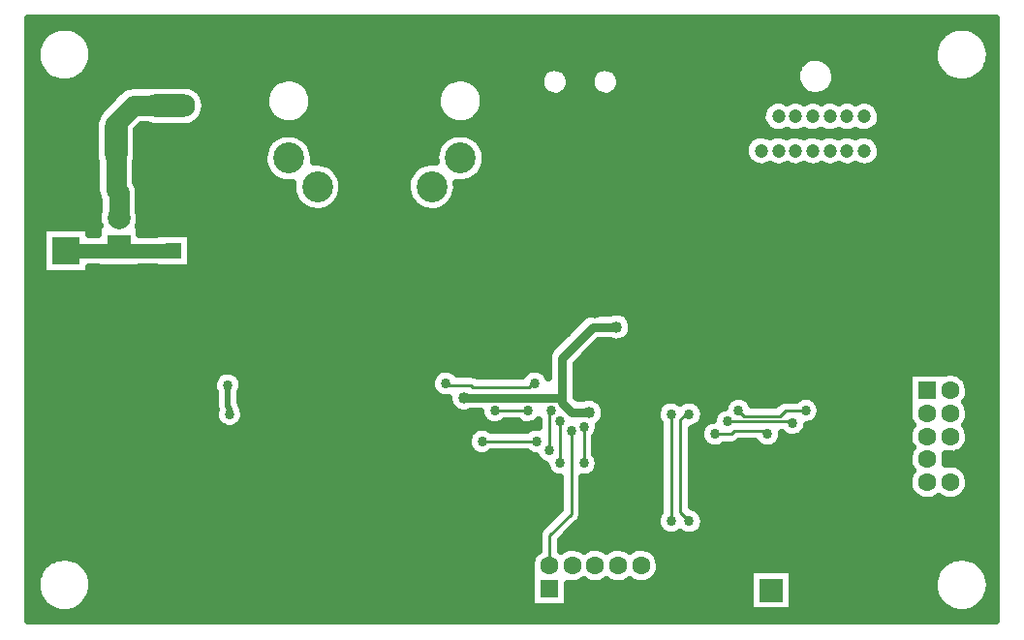
<source format=gbr>
G04 DipTrace 2.4.0.1*
%INmainboard_Bottom.gbr*%
%MOIN*%
%ADD13C,0.03*%
%ADD15C,0.022*%
%ADD18C,0.01*%
%ADD19C,0.02*%
%ADD20C,0.04*%
%ADD22C,0.024*%
%ADD26C,0.05*%
%ADD27C,0.07*%
%ADD29C,0.025*%
%ADD30R,0.0531X0.0531*%
%ADD31C,0.0531*%
%ADD37R,0.0945X0.0945*%
%ADD38C,0.0945*%
%ADD49O,0.1969X0.0787*%
%ADD50O,0.1772X0.0787*%
%ADD51O,0.0787X0.1772*%
%ADD52C,0.1063*%
%ADD53R,0.0591X0.0591*%
%ADD54C,0.063*%
%ADD56C,0.0472*%
%ADD57C,0.0787*%
%ADD58R,0.0787X0.0787*%
%ADD59C,0.0787*%
%ADD69C,0.034*%
%FSLAX44Y44*%
G04*
G70*
G90*
G75*
G01*
%LNBottom*%
%LPD*%
X23377Y11250D2*
D13*
X22751D1*
X22439Y11563D1*
Y11750D1*
Y13125D1*
X23502Y14188D1*
X24314D1*
X22439Y11750D2*
X19064D1*
X22500Y20562D2*
D15*
X22459Y20540D1*
X26937D1*
Y20846D1*
Y22000D1*
X14016Y23937D2*
D13*
X15000D1*
X15984D1*
X16969D1*
X17953D1*
X15984Y20000D2*
Y20937D1*
Y23937D1*
X15937Y16437D2*
D22*
Y19187D1*
X15984Y19140D1*
Y20000D1*
X15937Y13937D2*
D13*
Y14188D1*
Y16437D1*
X22500Y20562D2*
D15*
X20750D1*
X20375Y20937D1*
X20250D1*
D13*
X17437D1*
X15984D1*
X10047Y16813D2*
D15*
X9937Y16704D1*
Y15187D1*
Y13625D1*
X9562Y13250D1*
X9437D1*
X11569Y10444D2*
X11500Y10375D1*
X9750D1*
X9437Y10687D1*
Y11188D1*
Y11687D1*
Y13250D1*
X29062Y12625D2*
D13*
X29500D1*
Y13750D1*
X26937Y20540D2*
X28252D1*
Y14997D1*
X29500Y13750D1*
X29586Y20846D2*
X30176D1*
X30767D1*
X31357D2*
X30767D1*
X31948D2*
X31357D1*
X32538D2*
X31948D1*
X28070Y23524D2*
X34251D1*
X29586Y20846D2*
X28070D1*
Y23524D1*
Y20846D2*
X26937D1*
X25151Y5187D2*
X24364D1*
X23576D1*
X22789D1*
X25151D2*
Y4725D1*
X25627Y4250D1*
X28190D1*
X28627Y4687D1*
Y4749D1*
Y5125D1*
X24062Y13562D2*
D18*
X25126D1*
X26814Y15251D1*
X26752D1*
X28627Y4749D2*
D13*
X29189Y4187D1*
X31815D1*
X34940Y7312D1*
X36378D1*
X36690Y7625D1*
Y9313D1*
X36378Y9625D1*
X35799D1*
X35787Y9637D1*
X11569Y10444D2*
Y8931D1*
X12250Y8250D1*
X19439D1*
X19939Y7750D1*
Y4562D1*
X20189Y4312D1*
X22439D1*
X22751Y4625D1*
Y5150D1*
X22789Y5187D1*
X19627Y14188D2*
X15937D1*
X24752Y10938D2*
Y12875D1*
X24189D1*
Y13689D1*
X24062Y13562D1*
X26752Y15251D2*
Y14997D1*
X28252D1*
X23187Y13000D2*
X24189D1*
Y12875D1*
X9688Y11188D2*
D15*
X9437D1*
X9688D2*
D13*
Y11687D1*
X9687D1*
X9187Y12187D2*
Y11687D1*
Y11187D2*
Y11687D1*
X9437D1*
X9687Y12187D2*
Y11687D1*
X24062Y13000D2*
X24189D1*
X8937Y23437D2*
D15*
Y23937D1*
X14015D1*
X14016D1*
X10187Y15187D2*
X9937D1*
X17437Y21437D2*
D13*
Y20937D1*
X26814Y11188D2*
D18*
X26689D1*
X26502Y11000D1*
Y7812D1*
X26814Y7500D1*
X21501Y12250D2*
X21439D1*
X21314Y12125D1*
X19376D1*
X19314Y12188D1*
X18501D1*
X18439Y12250D1*
X10937Y12187D2*
D19*
Y11439D1*
X11000Y11375D1*
Y11188D1*
X5375Y16813D2*
D26*
X7063D1*
X7187Y16937D1*
X9063Y16813D2*
X7311D1*
X7187Y16937D1*
X8937Y21799D2*
D27*
X8922Y21814D1*
X7687D1*
X7087Y21213D1*
Y20618D1*
X7187Y17937D2*
Y18814D1*
X7087Y18914D1*
Y20618D1*
X26187Y11187D2*
D18*
Y7500D1*
X21251Y11313D2*
X20126D1*
X21564Y10250D2*
X19689D1*
X22376Y9500D2*
Y10938D1*
X30377Y10875D2*
Y10938D1*
X28127D1*
X30815Y11313D2*
X30127D1*
X29940Y11125D1*
X28690D1*
X28502Y11313D1*
X22001Y9938D2*
Y11250D1*
X22064Y11313D1*
X23189Y10750D2*
Y9500D1*
X29501Y10501D2*
X29377Y10625D1*
X28377D1*
X28252Y10500D1*
X27690D1*
X22751Y10625D2*
Y7750D1*
X22001Y7000D1*
Y5975D1*
D20*
X23377Y11250D3*
X24314Y14188D3*
X19064Y11750D3*
X26937Y22000D3*
X15937Y16437D3*
Y13937D3*
Y16437D3*
X9437Y13250D3*
X11569Y10444D3*
X29062Y12625D3*
X29500Y13750D3*
X24062Y13562D3*
X26752Y15251D3*
X11569Y10444D3*
X19627Y14188D3*
X24752Y10938D3*
X24062Y13562D3*
X23187Y13000D3*
D69*
X26814Y11188D3*
Y7500D3*
X21501Y12250D3*
X18439D3*
X10937Y12187D3*
X11000Y11188D3*
X26187Y11187D3*
Y7500D3*
X21251Y11313D3*
X20126D3*
X21564Y10250D3*
X19689D3*
X22376Y9500D3*
Y10938D3*
X30377Y10875D3*
X28127Y10938D3*
X30815Y11313D3*
X28502D3*
X22001Y9938D3*
X22064Y11313D3*
X23189Y10750D3*
Y9500D3*
X29501Y10501D3*
X27690Y10500D3*
X22751Y10625D3*
D20*
X23562Y14687D3*
X22625D3*
X22562Y14000D3*
X24062Y13000D3*
X24187Y7187D3*
X22500Y20562D3*
X9187Y12187D3*
X9687D3*
X9187Y11687D3*
X9687D3*
X9187Y11187D3*
X9688Y11188D3*
X27437Y18437D3*
X26937Y19437D3*
X26437Y18437D3*
X28687Y7187D3*
X30687Y15437D3*
X30937Y7187D3*
X32937D3*
X31690Y16376D3*
X30937Y5187D3*
X36187Y21437D3*
X35937Y16687D3*
Y14687D3*
X34187D3*
X32687Y13187D3*
X20875Y15750D3*
X6937Y23437D3*
X8937D3*
X10437D3*
X5437Y19187D3*
X8312Y20687D3*
X8687Y15187D3*
X10187D3*
X11437Y14187D3*
X4500Y15437D3*
Y13937D3*
Y12437D3*
Y10937D3*
Y9437D3*
X5687Y10187D3*
X6937D3*
X8187Y10437D3*
X7937Y7375D3*
Y5625D3*
X10937D3*
X13937D3*
X10937Y7375D3*
X13937D3*
X16937D3*
Y5625D3*
X14437Y21437D3*
X17437D3*
X9562Y20687D3*
X17376Y13938D3*
X8312Y18251D3*
X9562Y18249D3*
X4087Y24566D2*
D29*
X37351D1*
X4087Y24317D2*
X4691D1*
X5933D2*
X35566D1*
X36808D2*
X37351D1*
X4087Y24068D2*
X4469D1*
X6155D2*
X35344D1*
X37030D2*
X37351D1*
X4087Y23819D2*
X4359D1*
X6265D2*
X35234D1*
X37140D2*
X37351D1*
X4087Y23571D2*
X4324D1*
X6300D2*
X35199D1*
X37175D2*
X37351D1*
X4087Y23322D2*
X4355D1*
X6269D2*
X30703D1*
X31616D2*
X35230D1*
X37144D2*
X37351D1*
X4087Y23073D2*
X4457D1*
X6167D2*
X21918D1*
X22464D2*
X23648D1*
X24198D2*
X30519D1*
X31800D2*
X35332D1*
X37042D2*
X37351D1*
X4087Y22825D2*
X4668D1*
X5956D2*
X21695D1*
X22687D2*
X23430D1*
X24417D2*
X30469D1*
X31851D2*
X35543D1*
X36831D2*
X37351D1*
X4087Y22576D2*
X12480D1*
X13581D2*
X18387D1*
X19487D2*
X21664D1*
X22718D2*
X23394D1*
X24452D2*
X30512D1*
X31808D2*
X37351D1*
X4087Y22327D2*
X7215D1*
X9952D2*
X12289D1*
X13776D2*
X18191D1*
X19683D2*
X21762D1*
X22620D2*
X23492D1*
X24355D2*
X30680D1*
X31640D2*
X37351D1*
X4087Y22079D2*
X6965D1*
X10124D2*
X12211D1*
X13855D2*
X18117D1*
X19757D2*
X37351D1*
X4087Y21830D2*
X6715D1*
X10179D2*
X12215D1*
X13847D2*
X18121D1*
X19753D2*
X29445D1*
X33269D2*
X37351D1*
X4087Y21581D2*
X6488D1*
X10148D2*
X12301D1*
X13761D2*
X18207D1*
X19667D2*
X29308D1*
X33409D2*
X37351D1*
X4087Y21333D2*
X6371D1*
X10011D2*
X12516D1*
X13550D2*
X18418D1*
X19456D2*
X29297D1*
X33417D2*
X37351D1*
X4087Y21084D2*
X6336D1*
X7948D2*
X8301D1*
X9573D2*
X29410D1*
X33304D2*
X37351D1*
X4087Y20835D2*
X6336D1*
X7839D2*
X12789D1*
X13273D2*
X18695D1*
X19179D2*
X37351D1*
X4087Y20587D2*
X6336D1*
X7839D2*
X12375D1*
X13691D2*
X18277D1*
X19597D2*
X28805D1*
X33319D2*
X37351D1*
X4087Y20338D2*
X6336D1*
X7839D2*
X12211D1*
X13851D2*
X18117D1*
X19757D2*
X28703D1*
X33421D2*
X37351D1*
X4087Y20089D2*
X6336D1*
X7835D2*
X12148D1*
X13913D2*
X18055D1*
X19819D2*
X28723D1*
X33401D2*
X37351D1*
X4087Y19840D2*
X6379D1*
X7792D2*
X12156D1*
X14296D2*
X17676D1*
X19812D2*
X28879D1*
X33245D2*
X37351D1*
X4087Y19592D2*
X6379D1*
X7792D2*
X12246D1*
X14683D2*
X17285D1*
X19722D2*
X37351D1*
X4087Y19343D2*
X6379D1*
X7792D2*
X12445D1*
X14839D2*
X17129D1*
X19523D2*
X37351D1*
X4087Y19094D2*
X6379D1*
X7835D2*
X13133D1*
X14901D2*
X17066D1*
X18839D2*
X37351D1*
X4087Y18846D2*
X6383D1*
X7894D2*
X13144D1*
X14886D2*
X17082D1*
X18823D2*
X37351D1*
X4087Y18597D2*
X6457D1*
X7894D2*
X13234D1*
X14796D2*
X17172D1*
X18733D2*
X37351D1*
X4087Y18348D2*
X6480D1*
X7894D2*
X13441D1*
X14589D2*
X17379D1*
X18526D2*
X37351D1*
X4087Y18100D2*
X6457D1*
X7917D2*
X37351D1*
X4087Y17851D2*
X6441D1*
X7933D2*
X37351D1*
X4087Y17602D2*
X4547D1*
X6202D2*
X6437D1*
X7937D2*
X37351D1*
X4087Y17354D2*
X4547D1*
X9687D2*
X37351D1*
X4087Y17105D2*
X4547D1*
X9687D2*
X37351D1*
X4087Y16856D2*
X4547D1*
X9687D2*
X37351D1*
X4087Y16608D2*
X4547D1*
X9687D2*
X37351D1*
X4087Y16359D2*
X4547D1*
X9687D2*
X37351D1*
X4087Y16110D2*
X4547D1*
X6202D2*
X37351D1*
X4087Y15861D2*
X37351D1*
X4087Y15613D2*
X37351D1*
X4087Y15364D2*
X37351D1*
X4087Y15115D2*
X37351D1*
X4087Y14867D2*
X37351D1*
X4087Y14618D2*
X23258D1*
X24651D2*
X37351D1*
X4087Y14369D2*
X22976D1*
X24839D2*
X37351D1*
X4087Y14121D2*
X22726D1*
X24866D2*
X37351D1*
X4087Y13872D2*
X22480D1*
X24765D2*
X37351D1*
X4087Y13623D2*
X22230D1*
X23644D2*
X37351D1*
X4087Y13375D2*
X22000D1*
X23394D2*
X37351D1*
X4087Y13126D2*
X21933D1*
X23148D2*
X37351D1*
X4087Y12877D2*
X21933D1*
X22944D2*
X37351D1*
X4087Y12629D2*
X10672D1*
X11202D2*
X18082D1*
X18792D2*
X21148D1*
X21855D2*
X21932D1*
X22944D2*
X35613D1*
X35964D2*
X37351D1*
X4087Y12380D2*
X10449D1*
X11425D2*
X17930D1*
X22944D2*
X34348D1*
X36335D2*
X37351D1*
X4087Y12131D2*
X10414D1*
X11460D2*
X17926D1*
X22944D2*
X34348D1*
X36444D2*
X37351D1*
X4087Y11882D2*
X10480D1*
X11394D2*
X18074D1*
X22944D2*
X34348D1*
X36448D2*
X37351D1*
X4087Y11634D2*
X10480D1*
X11394D2*
X18519D1*
X23769D2*
X25933D1*
X26441D2*
X26558D1*
X27069D2*
X28090D1*
X28913D2*
X29894D1*
X31226D2*
X34348D1*
X36347D2*
X37351D1*
X4087Y11385D2*
X10484D1*
X11487D2*
X18652D1*
X23917D2*
X25699D1*
X27300D2*
X27875D1*
X31335D2*
X34348D1*
X36437D2*
X37351D1*
X4087Y11136D2*
X10476D1*
X11523D2*
X19633D1*
X23921D2*
X25664D1*
X27339D2*
X27641D1*
X31308D2*
X34332D1*
X36452D2*
X37351D1*
X4087Y10888D2*
X10574D1*
X11429D2*
X19836D1*
X20417D2*
X20961D1*
X23792D2*
X25758D1*
X27241D2*
X27346D1*
X31105D2*
X34414D1*
X36370D2*
X37351D1*
X4087Y10639D2*
X19348D1*
X20030D2*
X21223D1*
X23702D2*
X25781D1*
X26909D2*
X27183D1*
X30847D2*
X34363D1*
X36421D2*
X37351D1*
X4087Y10390D2*
X19183D1*
X23597D2*
X25781D1*
X26909D2*
X27176D1*
X30015D2*
X30223D1*
X30530D2*
X34328D1*
X36456D2*
X37351D1*
X4087Y10142D2*
X19176D1*
X23597D2*
X25781D1*
X26909D2*
X27312D1*
X28409D2*
X29125D1*
X29878D2*
X34394D1*
X36394D2*
X37351D1*
X4087Y9893D2*
X19312D1*
X23597D2*
X25781D1*
X26909D2*
X34379D1*
X36179D2*
X37351D1*
X4087Y9644D2*
X21570D1*
X23694D2*
X25781D1*
X26909D2*
X34328D1*
X35671D2*
X37351D1*
X4087Y9396D2*
X21859D1*
X23706D2*
X25781D1*
X26909D2*
X34375D1*
X36159D2*
X37351D1*
X4087Y9147D2*
X21996D1*
X23569D2*
X25781D1*
X26909D2*
X34398D1*
X36386D2*
X37351D1*
X4087Y8898D2*
X22344D1*
X23159D2*
X25781D1*
X26909D2*
X34328D1*
X36456D2*
X37351D1*
X4087Y8650D2*
X22344D1*
X23159D2*
X25781D1*
X26909D2*
X34359D1*
X36425D2*
X37351D1*
X4087Y8401D2*
X22344D1*
X23159D2*
X25781D1*
X26909D2*
X34508D1*
X36276D2*
X37351D1*
X4087Y8152D2*
X22344D1*
X23159D2*
X25781D1*
X26909D2*
X37351D1*
X4087Y7903D2*
X22340D1*
X23159D2*
X25781D1*
X27136D2*
X37351D1*
X4087Y7655D2*
X22090D1*
X23148D2*
X25683D1*
X27316D2*
X37351D1*
X4087Y7406D2*
X21844D1*
X22972D2*
X25668D1*
X27331D2*
X37351D1*
X4087Y7157D2*
X21629D1*
X22726D2*
X25797D1*
X27206D2*
X37351D1*
X4087Y6909D2*
X21594D1*
X22476D2*
X37351D1*
X4087Y6660D2*
X21594D1*
X22409D2*
X37351D1*
X4087Y6411D2*
X21500D1*
X25651D2*
X37351D1*
X4087Y6163D2*
X4840D1*
X5784D2*
X21359D1*
X25796D2*
X35715D1*
X36659D2*
X37351D1*
X4087Y5914D2*
X4539D1*
X6089D2*
X21332D1*
X25819D2*
X35410D1*
X36964D2*
X37351D1*
X4087Y5665D2*
X4394D1*
X6233D2*
X21348D1*
X25745D2*
X28875D1*
X30378D2*
X35269D1*
X37105D2*
X37351D1*
X4087Y5417D2*
X4332D1*
X6292D2*
X21348D1*
X23140D2*
X23222D1*
X23929D2*
X24010D1*
X24714D2*
X24800D1*
X25503D2*
X28875D1*
X30378D2*
X35207D1*
X37167D2*
X37351D1*
X4087Y5168D2*
X4336D1*
X6288D2*
X21348D1*
X22651D2*
X28875D1*
X30378D2*
X35211D1*
X37163D2*
X37351D1*
X4087Y4919D2*
X4410D1*
X6214D2*
X21348D1*
X22651D2*
X28875D1*
X30378D2*
X35285D1*
X37089D2*
X37351D1*
X4087Y4671D2*
X4570D1*
X6054D2*
X21348D1*
X22651D2*
X28875D1*
X30378D2*
X35445D1*
X36929D2*
X37351D1*
X4087Y4422D2*
X4926D1*
X5702D2*
X28875D1*
X30378D2*
X35797D1*
X36577D2*
X37351D1*
X4087Y4173D2*
X37351D1*
X8590Y17411D2*
X9660D1*
Y16216D1*
X8465D1*
Y16235D1*
X8063Y16232D1*
X7910D1*
X7913Y16211D1*
X6461D1*
Y16231D1*
X6177Y16232D1*
X6179Y16009D1*
X4570D1*
Y17618D1*
X6179D1*
Y17395D1*
X6465D1*
X6461Y17663D1*
X6515Y17664D1*
X6478Y17784D1*
X6462Y17908D1*
X6468Y18032D1*
X6506Y18187D1*
Y18558D1*
X6450Y18669D1*
X6422Y18760D1*
X6405Y18914D1*
Y19879D1*
X6377Y19973D1*
X6361Y20126D1*
X6367Y21206D1*
X6394Y21327D1*
X6457Y21475D1*
X6515Y21585D1*
X6604Y21695D1*
X7205Y22296D1*
X7301Y22376D1*
X7410Y22437D1*
X7528Y22477D1*
X7687Y22496D1*
X8246D1*
X8401Y22523D1*
X9429Y22525D1*
X9510Y22520D1*
X9632Y22496D1*
X9749Y22451D1*
X9856Y22386D1*
X9950Y22304D1*
X10029Y22208D1*
X10090Y22099D1*
X10132Y21981D1*
X10155Y21799D1*
X10144Y21675D1*
X10112Y21554D1*
X10060Y21441D1*
X9989Y21338D1*
X9902Y21249D1*
X9800Y21176D1*
X9688Y21121D1*
X9568Y21087D1*
X9429Y21074D1*
X8445Y21078D1*
X8335Y21082D1*
X8167Y21132D1*
X7973D1*
X7813Y20975D1*
X7808Y20126D1*
X7801Y20002D1*
X7768Y19868D1*
Y19169D1*
X7824Y19059D1*
X7852Y18968D1*
X7869Y18814D1*
Y18185D1*
X7910Y17996D1*
X7902Y17813D1*
X7855Y17660D1*
X7913Y17663D1*
Y17393D1*
X8463Y17395D1*
X8465Y17411D1*
X8590D1*
X19791Y19875D2*
X19764Y19753D1*
X19720Y19636D1*
X19660Y19527D1*
X19584Y19428D1*
X19495Y19340D1*
X19394Y19267D1*
X19283Y19209D1*
X19165Y19167D1*
X19043Y19143D1*
X18918Y19136D1*
X18805Y19147D1*
X18816Y19015D1*
X18807Y18891D1*
X18780Y18769D1*
X18736Y18652D1*
X18675Y18543D1*
X18600Y18443D1*
X18510Y18356D1*
X18409Y18283D1*
X18299Y18224D1*
X18181Y18183D1*
X18059Y18158D1*
X17934Y18152D1*
X17810Y18164D1*
X17688Y18193D1*
X17572Y18240D1*
X17465Y18303D1*
X17367Y18381D1*
X17282Y18472D1*
X17210Y18575D1*
X17154Y18686D1*
X17115Y18805D1*
X17094Y18928D1*
X17090Y19053D1*
X17105Y19177D1*
X17137Y19298D1*
X17186Y19412D1*
X17252Y19519D1*
X17332Y19615D1*
X17425Y19698D1*
X17529Y19767D1*
X17642Y19821D1*
X17761Y19857D1*
X17884Y19876D1*
X18009Y19877D1*
X18083Y19867D1*
X18074Y20037D1*
X18089Y20161D1*
X18121Y20282D1*
X18170Y20397D1*
X18236Y20503D1*
X18316Y20599D1*
X18409Y20682D1*
X18513Y20751D1*
X18626Y20805D1*
X18745Y20841D1*
X18869Y20860D1*
X18994Y20861D1*
X19117Y20844D1*
X19237Y20809D1*
X19351Y20757D1*
X19456Y20690D1*
X19550Y20608D1*
X19631Y20513D1*
X19698Y20407D1*
X19749Y20293D1*
X19783Y20173D1*
X19800Y20000D1*
X19791Y19875D1*
X13886D2*
X14072Y19877D1*
X14196Y19860D1*
X14316Y19825D1*
X14430Y19773D1*
X14535Y19705D1*
X14629Y19623D1*
X14710Y19528D1*
X14777Y19423D1*
X14828Y19309D1*
X14862Y19189D1*
X14879Y19015D1*
X14870Y18891D1*
X14843Y18769D1*
X14799Y18652D1*
X14738Y18543D1*
X14663Y18443D1*
X14573Y18356D1*
X14472Y18283D1*
X14362Y18224D1*
X14244Y18183D1*
X14122Y18158D1*
X13997Y18152D1*
X13873Y18164D1*
X13751Y18193D1*
X13635Y18240D1*
X13528Y18303D1*
X13430Y18381D1*
X13345Y18472D1*
X13273Y18575D1*
X13217Y18686D1*
X13178Y18805D1*
X13157Y18928D1*
X13153Y19053D1*
X13165Y19150D1*
X13013Y19136D1*
X12888Y19148D1*
X12767Y19178D1*
X12651Y19224D1*
X12543Y19287D1*
X12446Y19365D1*
X12360Y19456D1*
X12289Y19559D1*
X12233Y19671D1*
X12194Y19789D1*
X12173Y19912D1*
X12169Y20037D1*
X12183Y20161D1*
X12216Y20282D1*
X12265Y20397D1*
X12330Y20503D1*
X12410Y20599D1*
X12503Y20682D1*
X12607Y20751D1*
X12720Y20805D1*
X12840Y20841D1*
X12963Y20860D1*
X13088Y20861D1*
X13212Y20844D1*
X13332Y20809D1*
X13445Y20757D1*
X13550Y20690D1*
X13644Y20608D1*
X13726Y20513D1*
X13793Y20407D1*
X13843Y20293D1*
X13877Y20173D1*
X13895Y20000D1*
X13886Y19875D1*
X19732Y21844D2*
X19703Y21722D1*
X19655Y21606D1*
X19591Y21500D1*
X19510Y21404D1*
X19416Y21322D1*
X19310Y21256D1*
X19196Y21206D1*
X19075Y21176D1*
X18950Y21164D1*
X18826Y21171D1*
X18704Y21198D1*
X18587Y21244D1*
X18480Y21307D1*
X18383Y21385D1*
X18299Y21478D1*
X18231Y21583D1*
X18180Y21697D1*
X18147Y21817D1*
X18133Y21941D1*
X18139Y22066D1*
X18164Y22188D1*
X18207Y22305D1*
X18268Y22414D1*
X18345Y22513D1*
X18437Y22598D1*
X18540Y22668D1*
X18653Y22721D1*
X18773Y22755D1*
X18897Y22771D1*
X19022Y22768D1*
X19145Y22745D1*
X19262Y22704D1*
X19372Y22644D1*
X19472Y22569D1*
X19558Y22479D1*
X19630Y22377D1*
X19685Y22264D1*
X19722Y22145D1*
X19741Y21968D1*
X19732Y21844D1*
X13826D2*
X13797Y21722D1*
X13750Y21606D1*
X13685Y21500D1*
X13605Y21404D1*
X13511Y21322D1*
X13405Y21256D1*
X13290Y21206D1*
X13169Y21176D1*
X13045Y21164D1*
X12920Y21171D1*
X12798Y21198D1*
X12682Y21244D1*
X12574Y21307D1*
X12477Y21385D1*
X12394Y21478D1*
X12325Y21583D1*
X12274Y21697D1*
X12241Y21817D1*
X12228Y21941D1*
X12233Y22066D1*
X12258Y22188D1*
X12301Y22305D1*
X12362Y22414D1*
X12440Y22513D1*
X12531Y22598D1*
X12635Y22668D1*
X12748Y22721D1*
X12868Y22755D1*
X12991Y22771D1*
X13116Y22768D1*
X13239Y22745D1*
X13357Y22704D1*
X13467Y22644D1*
X13566Y22569D1*
X13653Y22479D1*
X13724Y22377D1*
X13779Y22264D1*
X13816Y22145D1*
X13836Y21968D1*
X13826Y21844D1*
X34497Y12627D2*
X35627Y12623D1*
X35739Y12645D1*
X35864Y12642D1*
X35986Y12615D1*
X36100Y12565D1*
X36203Y12495D1*
X36290Y12406D1*
X36359Y12301D1*
X36406Y12186D1*
X36434Y12000D1*
X36422Y11875D1*
X36386Y11756D1*
X36328Y11645D1*
X36296Y11606D1*
X36359Y11514D1*
X36406Y11398D1*
X36434Y11212D1*
X36422Y11088D1*
X36386Y10968D1*
X36328Y10858D1*
X36296Y10818D1*
X36359Y10727D1*
X36406Y10611D1*
X36434Y10425D1*
X36422Y10300D1*
X36386Y10181D1*
X36328Y10070D1*
X36250Y9973D1*
X36155Y9893D1*
X36045Y9832D1*
X35927Y9793D1*
X35803Y9778D1*
X35678Y9787D1*
X35622Y9802D1*
X35646Y9637D1*
X35622Y9472D1*
X35739Y9495D1*
X35864Y9492D1*
X35986Y9465D1*
X36100Y9416D1*
X36203Y9345D1*
X36290Y9256D1*
X36359Y9152D1*
X36406Y9036D1*
X36434Y8850D1*
X36422Y8726D1*
X36386Y8606D1*
X36328Y8496D1*
X36250Y8398D1*
X36155Y8318D1*
X36045Y8257D1*
X35927Y8218D1*
X35803Y8203D1*
X35678Y8212D1*
X35558Y8245D1*
X35446Y8300D1*
X35393Y8340D1*
X35258Y8257D1*
X35139Y8218D1*
X35016Y8203D1*
X34891Y8212D1*
X34771Y8245D1*
X34659Y8300D1*
X34559Y8376D1*
X34477Y8469D1*
X34413Y8577D1*
X34372Y8694D1*
X34353Y8818D1*
X34359Y8943D1*
X34389Y9064D1*
X34442Y9177D1*
X34490Y9243D1*
X34413Y9364D1*
X34372Y9482D1*
X34353Y9605D1*
X34359Y9730D1*
X34389Y9851D1*
X34442Y9964D1*
X34490Y10031D1*
X34413Y10152D1*
X34372Y10269D1*
X34353Y10393D1*
X34359Y10517D1*
X34389Y10639D1*
X34442Y10752D1*
X34490Y10818D1*
X34413Y10939D1*
X34372Y11057D1*
X34353Y11180D1*
X34359Y11305D1*
X34372Y11372D1*
Y12627D1*
X34497D1*
X31355Y20954D2*
X31320Y20931D1*
X31203Y20887D1*
X31079Y20869D1*
X30955Y20879D1*
X30836Y20916D1*
X30771Y20953D1*
X30612Y20887D1*
X30489Y20869D1*
X30364Y20879D1*
X30245Y20916D1*
X30181Y20953D1*
X30022Y20887D1*
X29898Y20869D1*
X29774Y20879D1*
X29655Y20916D1*
X29546Y20978D1*
X29454Y21062D1*
X29383Y21164D1*
X29335Y21279D1*
X29314Y21402D1*
X29320Y21527D1*
X29353Y21647D1*
X29412Y21757D1*
X29493Y21852D1*
X29593Y21927D1*
X29707Y21978D1*
X29829Y22003D1*
X29954Y22000D1*
X30075Y21971D1*
X30176Y21921D1*
X30297Y21978D1*
X30420Y22003D1*
X30544Y22000D1*
X30666Y21971D1*
X30767Y21921D1*
X30888Y21978D1*
X31010Y22003D1*
X31135Y22000D1*
X31256Y21971D1*
X31357Y21921D1*
X31478Y21978D1*
X31601Y22003D1*
X31725Y22000D1*
X31847Y21971D1*
X31948Y21921D1*
X32069Y21978D1*
X32191Y22003D1*
X32316Y22000D1*
X32437Y21971D1*
X32539Y21921D1*
X32660Y21978D1*
X32782Y22003D1*
X32906Y22000D1*
X33028Y21971D1*
X33140Y21916D1*
X33237Y21837D1*
X33314Y21740D1*
X33369Y21628D1*
X33398Y21506D1*
X33402Y21437D1*
X33388Y21313D1*
X33348Y21195D1*
X33282Y21089D1*
X33196Y20999D1*
X33091Y20931D1*
X32975Y20887D1*
X32851Y20869D1*
X32727Y20879D1*
X32607Y20916D1*
X32543Y20953D1*
X32384Y20887D1*
X32260Y20869D1*
X32136Y20879D1*
X32017Y20916D1*
X31953Y20953D1*
X31793Y20887D1*
X31670Y20869D1*
X31546Y20879D1*
X31426Y20916D1*
X31362Y20953D1*
X31355Y19773D2*
X31320Y19750D1*
X31203Y19706D1*
X31079Y19688D1*
X30955Y19698D1*
X30836Y19735D1*
X30771Y19772D1*
X30612Y19706D1*
X30489Y19688D1*
X30364Y19698D1*
X30245Y19735D1*
X30181Y19772D1*
X30022Y19706D1*
X29898Y19688D1*
X29774Y19698D1*
X29655Y19735D1*
X29590Y19772D1*
X29431Y19706D1*
X29308Y19688D1*
X29183Y19698D1*
X29064Y19735D1*
X28956Y19797D1*
X28864Y19881D1*
X28792Y19983D1*
X28745Y20098D1*
X28723Y20221D1*
X28729Y20346D1*
X28763Y20466D1*
X28821Y20576D1*
X28902Y20671D1*
X29002Y20746D1*
X29116Y20797D1*
X29238Y20822D1*
X29363Y20819D1*
X29484Y20790D1*
X29586Y20740D1*
X29707Y20797D1*
X29829Y20822D1*
X29954Y20819D1*
X30075Y20790D1*
X30176Y20740D1*
X30297Y20797D1*
X30420Y20822D1*
X30544Y20819D1*
X30666Y20790D1*
X30767Y20740D1*
X30888Y20797D1*
X31010Y20822D1*
X31135Y20819D1*
X31256Y20790D1*
X31357Y20740D1*
X31478Y20797D1*
X31601Y20822D1*
X31725Y20819D1*
X31847Y20790D1*
X31948Y20740D1*
X32069Y20797D1*
X32191Y20822D1*
X32316Y20819D1*
X32437Y20790D1*
X32539Y20740D1*
X32660Y20797D1*
X32782Y20822D1*
X32906Y20819D1*
X33028Y20790D1*
X33140Y20735D1*
X33237Y20656D1*
X33314Y20559D1*
X33369Y20446D1*
X33398Y20325D1*
X33402Y20256D1*
X33388Y20132D1*
X33348Y20014D1*
X33282Y19908D1*
X33196Y19818D1*
X33091Y19750D1*
X32975Y19706D1*
X32851Y19688D1*
X32727Y19698D1*
X32607Y19735D1*
X32543Y19772D1*
X32384Y19706D1*
X32260Y19688D1*
X32136Y19698D1*
X32017Y19735D1*
X31953Y19772D1*
X31793Y19706D1*
X31670Y19688D1*
X31546Y19698D1*
X31426Y19735D1*
X31362Y19772D1*
X31815Y22691D2*
X31781Y22571D1*
X31724Y22459D1*
X31648Y22361D1*
X31555Y22278D1*
X31448Y22214D1*
X31330Y22171D1*
X31207Y22150D1*
X31083Y22153D1*
X30960Y22179D1*
X30845Y22228D1*
X30741Y22297D1*
X30652Y22384D1*
X30581Y22486D1*
X30530Y22600D1*
X30501Y22721D1*
X30495Y22846D1*
X30512Y22970D1*
X30552Y23088D1*
X30614Y23196D1*
X30695Y23292D1*
X30792Y23370D1*
X30902Y23429D1*
X31021Y23467D1*
X31145Y23481D1*
X31269Y23473D1*
X31390Y23441D1*
X31503Y23387D1*
X31603Y23313D1*
X31688Y23222D1*
X31755Y23116D1*
X31801Y23000D1*
X31827Y22815D1*
X31815Y22691D1*
X22629Y5349D2*
Y4560D1*
X21374D1*
X21378Y5814D1*
X21355Y5943D1*
X21361Y6067D1*
X21391Y6188D1*
X21443Y6302D1*
X21517Y6403D1*
X21618Y6494D1*
X21620Y7000D1*
X21640Y7123D1*
X21701Y7235D1*
X21908Y7447D1*
X22369Y7908D1*
X22370Y8996D1*
X22290Y9006D1*
X22171Y9042D1*
X22064Y9107D1*
X21977Y9196D1*
X21915Y9304D1*
X21880Y9451D1*
X21796Y9480D1*
X21689Y9545D1*
X21602Y9634D1*
X21536Y9753D1*
X21478Y9756D1*
X21358Y9792D1*
X21238Y9871D1*
X20189Y9868D1*
X20013D1*
X19961Y9829D1*
X19849Y9775D1*
X19727Y9750D1*
X19602Y9756D1*
X19483Y9792D1*
X19377Y9857D1*
X19289Y9946D1*
X19227Y10054D1*
X19193Y10174D1*
X19189Y10298D1*
X19216Y10420D1*
X19273Y10531D1*
X19355Y10625D1*
X19458Y10696D1*
X19575Y10739D1*
X19699Y10752D1*
X19822Y10734D1*
X19937Y10686D1*
X20009Y10632D1*
X21239D1*
X21333Y10696D1*
X21450Y10739D1*
X21574Y10752D1*
X21616Y10746D1*
X21619Y10972D1*
X21524Y10891D1*
X21412Y10837D1*
X21290Y10812D1*
X21165Y10818D1*
X21046Y10855D1*
X20926Y10934D1*
X20451Y10931D1*
X20399Y10891D1*
X20287Y10837D1*
X20164Y10812D1*
X20040Y10818D1*
X19921Y10855D1*
X19814Y10920D1*
X19727Y11009D1*
X19664Y11117D1*
X19630Y11236D1*
X19629Y11272D1*
X19287Y11268D1*
X19149Y11225D1*
X19024Y11220D1*
X18902Y11244D1*
X18788Y11295D1*
X18690Y11372D1*
X18612Y11469D1*
X18559Y11582D1*
X18534Y11705D1*
X18535Y11755D1*
X18352Y11756D1*
X18233Y11793D1*
X18127Y11857D1*
X18039Y11946D1*
X17977Y12054D1*
X17943Y12174D1*
X17939Y12299D1*
X17966Y12420D1*
X18023Y12531D1*
X18105Y12625D1*
X18208Y12696D1*
X18325Y12739D1*
X18449Y12752D1*
X18572Y12734D1*
X18687Y12686D1*
X18787Y12612D1*
X18819Y12572D1*
X19314Y12570D1*
X19440Y12548D1*
X19523Y12507D1*
X21068D1*
X21168Y12625D1*
X21270Y12696D1*
X21387Y12739D1*
X21511Y12752D1*
X21635Y12734D1*
X21750Y12686D1*
X21850Y12612D1*
X21928Y12515D1*
X21956Y12454D1*
X21957Y13125D1*
X21973Y13249D1*
X22021Y13364D1*
X22098Y13466D1*
X23161Y14529D1*
X23260Y14605D1*
X23375Y14653D1*
X23502Y14670D1*
X24091D1*
X24184Y14704D1*
X24308Y14720D1*
X24432Y14707D1*
X24549Y14665D1*
X24654Y14597D1*
X24740Y14507D1*
X24802Y14399D1*
X24838Y14279D1*
X24846Y14188D1*
X24831Y14064D1*
X24788Y13947D1*
X24719Y13843D1*
X24628Y13759D1*
X24519Y13697D1*
X24399Y13663D1*
X24275Y13658D1*
X24152Y13681D1*
X24099Y13706D1*
X23701D1*
X22922Y12928D1*
X22921Y11762D1*
X23001Y11732D1*
X23154D1*
X23247Y11766D1*
X23370Y11782D1*
X23494Y11769D1*
X23612Y11727D1*
X23716Y11659D1*
X23802Y11569D1*
X23865Y11461D1*
X23901Y11342D1*
X23908Y11250D1*
X23894Y11126D1*
X23851Y11009D1*
X23782Y10906D1*
X23687Y10819D1*
X23691Y10750D1*
X23675Y10627D1*
X23630Y10510D1*
X23569Y10425D1*
X23571Y9824D1*
X23616Y9764D1*
X23668Y9651D1*
X23691Y9500D1*
X23675Y9376D1*
X23630Y9260D1*
X23557Y9159D1*
X23462Y9079D1*
X23349Y9025D1*
X23227Y9000D1*
X23133D1*
Y7750D1*
X23113Y7627D1*
X23052Y7515D1*
X22845Y7303D1*
X22383Y6842D1*
Y6496D1*
X22395Y6488D1*
X22501Y6554D1*
X22618Y6598D1*
X22741Y6620D1*
X22866Y6617D1*
X22988Y6590D1*
X23102Y6540D1*
X23183Y6488D1*
X23289Y6554D1*
X23405Y6598D1*
X23528Y6620D1*
X23653Y6617D1*
X23775Y6590D1*
X23889Y6540D1*
X23970Y6488D1*
X24076Y6554D1*
X24193Y6598D1*
X24316Y6620D1*
X24440Y6617D1*
X24562Y6590D1*
X24677Y6540D1*
X24758Y6488D1*
X24863Y6554D1*
X24980Y6598D1*
X25103Y6620D1*
X25228Y6617D1*
X25350Y6590D1*
X25464Y6540D1*
X25567Y6470D1*
X25654Y6381D1*
X25723Y6276D1*
X25770Y6161D1*
X25798Y5975D1*
X25786Y5850D1*
X25750Y5731D1*
X25692Y5620D1*
X25614Y5523D1*
X25519Y5442D1*
X25410Y5382D1*
X25291Y5343D1*
X25167Y5328D1*
X25043Y5337D1*
X24922Y5370D1*
X24810Y5425D1*
X24757Y5465D1*
X24622Y5382D1*
X24504Y5343D1*
X24380Y5328D1*
X24255Y5337D1*
X24135Y5370D1*
X24023Y5425D1*
X23970Y5465D1*
X23835Y5382D1*
X23716Y5343D1*
X23592Y5328D1*
X23468Y5337D1*
X23347Y5370D1*
X23235Y5425D1*
X23183Y5465D1*
X23047Y5382D1*
X22929Y5343D1*
X22805Y5328D1*
X22680Y5337D1*
X22631Y5350D1*
X29027Y5850D2*
X30353D1*
Y4399D1*
X28902D1*
Y5850D1*
X29027D1*
X24415Y22509D2*
X24370Y22392D1*
X24298Y22291D1*
X24203Y22210D1*
X24091Y22154D1*
X23970Y22127D1*
X23845Y22131D1*
X23725Y22166D1*
X23617Y22228D1*
X23528Y22315D1*
X23462Y22421D1*
X23425Y22540D1*
X23417Y22664D1*
X23440Y22787D1*
X23493Y22900D1*
X23571Y22997D1*
X23671Y23072D1*
X23786Y23120D1*
X23909Y23139D1*
X24033Y23127D1*
X24150Y23086D1*
X24254Y23017D1*
X24338Y22924D1*
X24397Y22814D1*
X24427Y22693D1*
X24430Y22632D1*
X24415Y22509D1*
X22683D2*
X22638Y22392D1*
X22566Y22291D1*
X22471Y22210D1*
X22359Y22154D1*
X22237Y22127D1*
X22113Y22131D1*
X21993Y22166D1*
X21885Y22228D1*
X21796Y22315D1*
X21730Y22421D1*
X21692Y22540D1*
X21685Y22664D1*
X21708Y22787D1*
X21760Y22900D1*
X21839Y22997D1*
X21938Y23072D1*
X22053Y23120D1*
X22177Y23139D1*
X22301Y23127D1*
X22418Y23086D1*
X22522Y23017D1*
X22606Y22924D1*
X22664Y22814D1*
X22694Y22693D1*
X22698Y22632D1*
X22683Y22509D1*
X6266Y23437D2*
X6242Y23315D1*
X6202Y23196D1*
X6147Y23084D1*
X6078Y22980D1*
X5996Y22886D1*
X5903Y22803D1*
X5799Y22733D1*
X5688Y22676D1*
X5570Y22635D1*
X5448Y22610D1*
X5323Y22600D1*
X5198Y22607D1*
X5075Y22630D1*
X4957Y22668D1*
X4844Y22722D1*
X4739Y22790D1*
X4644Y22870D1*
X4560Y22963D1*
X4488Y23065D1*
X4431Y23176D1*
X4389Y23294D1*
X4362Y23416D1*
X4351Y23540D1*
X4356Y23665D1*
X4377Y23788D1*
X4415Y23907D1*
X4467Y24021D1*
X4534Y24126D1*
X4613Y24223D1*
X4705Y24308D1*
X4807Y24380D1*
X4917Y24439D1*
X5034Y24482D1*
X5156Y24511D1*
X5280Y24523D1*
X5405Y24519D1*
X5528Y24499D1*
X5648Y24463D1*
X5762Y24412D1*
X5868Y24347D1*
X5965Y24268D1*
X6051Y24177D1*
X6125Y24076D1*
X6185Y23967D1*
X6230Y23850D1*
X6259Y23729D1*
X6274Y23562D1*
X6266Y23437D1*
Y5188D2*
X6242Y5065D1*
X6202Y4947D1*
X6147Y4834D1*
X6078Y4730D1*
X5996Y4636D1*
X5903Y4553D1*
X5799Y4483D1*
X5688Y4427D1*
X5570Y4386D1*
X5448Y4360D1*
X5323Y4350D1*
X5198Y4357D1*
X5075Y4380D1*
X4957Y4419D1*
X4844Y4472D1*
X4739Y4540D1*
X4644Y4621D1*
X4560Y4713D1*
X4488Y4816D1*
X4431Y4927D1*
X4389Y5044D1*
X4362Y5166D1*
X4351Y5291D1*
X4356Y5416D1*
X4377Y5539D1*
X4415Y5658D1*
X4467Y5771D1*
X4534Y5877D1*
X4613Y5973D1*
X4705Y6058D1*
X4807Y6130D1*
X4917Y6189D1*
X5034Y6233D1*
X5156Y6261D1*
X5280Y6273D1*
X5405Y6270D1*
X5528Y6249D1*
X5648Y6214D1*
X5762Y6162D1*
X5868Y6097D1*
X5965Y6018D1*
X6051Y5928D1*
X6125Y5827D1*
X6185Y5717D1*
X6230Y5601D1*
X6259Y5479D1*
X6274Y5312D1*
X6266Y5188D1*
X37141Y23437D2*
X37116Y23315D1*
X37077Y23196D1*
X37022Y23084D1*
X36953Y22980D1*
X36871Y22886D1*
X36777Y22803D1*
X36674Y22733D1*
X36562Y22676D1*
X36445Y22635D1*
X36322Y22610D1*
X36198Y22600D1*
X36073Y22607D1*
X35950Y22630D1*
X35831Y22668D1*
X35719Y22722D1*
X35614Y22790D1*
X35518Y22870D1*
X35434Y22963D1*
X35363Y23065D1*
X35306Y23176D1*
X35263Y23294D1*
X35236Y23416D1*
X35225Y23540D1*
X35231Y23665D1*
X35252Y23788D1*
X35289Y23907D1*
X35342Y24021D1*
X35408Y24126D1*
X35488Y24223D1*
X35580Y24308D1*
X35682Y24380D1*
X35792Y24439D1*
X35909Y24482D1*
X36030Y24511D1*
X36155Y24523D1*
X36280Y24519D1*
X36403Y24499D1*
X36523Y24463D1*
X36637Y24412D1*
X36743Y24347D1*
X36840Y24268D1*
X36926Y24177D1*
X37000Y24076D1*
X37059Y23967D1*
X37104Y23850D1*
X37134Y23729D1*
X37149Y23562D1*
X37141Y23437D1*
Y5188D2*
X37116Y5065D1*
X37077Y4947D1*
X37022Y4834D1*
X36953Y4730D1*
X36871Y4636D1*
X36777Y4553D1*
X36674Y4483D1*
X36562Y4427D1*
X36445Y4386D1*
X36322Y4360D1*
X36198Y4350D1*
X36073Y4357D1*
X35950Y4380D1*
X35831Y4419D1*
X35719Y4472D1*
X35614Y4540D1*
X35518Y4621D1*
X35434Y4713D1*
X35363Y4816D1*
X35306Y4927D1*
X35263Y5044D1*
X35236Y5166D1*
X35225Y5291D1*
X35231Y5416D1*
X35252Y5539D1*
X35289Y5658D1*
X35342Y5771D1*
X35408Y5877D1*
X35488Y5973D1*
X35580Y6058D1*
X35682Y6130D1*
X35792Y6189D1*
X35909Y6233D1*
X36030Y6261D1*
X36155Y6273D1*
X36280Y6270D1*
X36403Y6249D1*
X36523Y6214D1*
X36637Y6162D1*
X36743Y6097D1*
X36840Y6018D1*
X36926Y5928D1*
X37000Y5827D1*
X37059Y5717D1*
X37104Y5601D1*
X37134Y5479D1*
X37149Y5312D1*
X37141Y5188D1*
X26884Y10692D2*
Y7996D1*
X26948Y7984D1*
X27063Y7936D1*
X27163Y7861D1*
X27241Y7764D1*
X27293Y7651D1*
X27316Y7500D1*
X27301Y7376D1*
X27255Y7260D1*
X27183Y7159D1*
X27087Y7079D1*
X26975Y7024D1*
X26853Y6999D1*
X26728Y7006D1*
X26609Y7042D1*
X26500Y7110D1*
X26460Y7079D1*
X26347Y7024D1*
X26225Y6999D1*
X26101Y7006D1*
X25982Y7042D1*
X25875Y7107D1*
X25788Y7196D1*
X25725Y7304D1*
X25691Y7424D1*
X25687Y7548D1*
X25715Y7670D1*
X25771Y7781D1*
X25805Y7819D1*
Y10863D1*
X25725Y10991D1*
X25691Y11111D1*
X25687Y11235D1*
X25715Y11357D1*
X25771Y11468D1*
X25853Y11562D1*
X25956Y11633D1*
X26073Y11676D1*
X26197Y11689D1*
X26320Y11671D1*
X26436Y11623D1*
X26495Y11579D1*
X26584Y11633D1*
X26700Y11677D1*
X26824Y11690D1*
X26948Y11672D1*
X27063Y11624D1*
X27163Y11549D1*
X27241Y11452D1*
X27293Y11339D1*
X27316Y11188D1*
X27301Y11064D1*
X27255Y10948D1*
X27183Y10847D1*
X27087Y10766D1*
X26975Y10712D1*
X26887Y10694D1*
X11369Y11933D2*
X11371Y11596D1*
X11427Y11452D1*
X11479Y11339D1*
X11502Y11188D1*
X11487Y11064D1*
X11441Y10948D1*
X11368Y10847D1*
X11273Y10766D1*
X11161Y10712D1*
X11039Y10687D1*
X10914Y10693D1*
X10795Y10730D1*
X10688Y10795D1*
X10601Y10884D1*
X10538Y10992D1*
X10504Y11111D1*
X10501Y11236D1*
X10518Y11333D1*
X10505Y11439D1*
Y11935D1*
X10475Y11991D1*
X10441Y12111D1*
X10437Y12235D1*
X10465Y12357D1*
X10521Y12468D1*
X10603Y12562D1*
X10706Y12633D1*
X10823Y12676D1*
X10947Y12689D1*
X11070Y12671D1*
X11186Y12623D1*
X11285Y12548D1*
X11364Y12451D1*
X11416Y12338D1*
X11439Y12187D1*
X11423Y12063D1*
X11367Y11931D1*
X30872Y10817D2*
X30864Y10752D1*
X30818Y10635D1*
X30745Y10534D1*
X30650Y10454D1*
X30538Y10400D1*
X30416Y10375D1*
X30291Y10381D1*
X30172Y10417D1*
X30065Y10482D1*
X30003Y10546D1*
X29988Y10377D1*
X29942Y10261D1*
X29869Y10160D1*
X29774Y10080D1*
X29662Y10026D1*
X29539Y10001D1*
X29415Y10007D1*
X29296Y10043D1*
X29189Y10108D1*
X29102Y10197D1*
X29076Y10241D1*
X28537Y10243D1*
X28427Y10161D1*
X28326Y10126D1*
X28127Y10118D1*
X28014D1*
X27962Y10079D1*
X27850Y10025D1*
X27728Y10000D1*
X27603Y10006D1*
X27484Y10042D1*
X27378Y10107D1*
X27290Y10196D1*
X27228Y10304D1*
X27193Y10424D1*
X27190Y10549D1*
X27217Y10670D1*
X27274Y10781D1*
X27356Y10875D1*
X27459Y10946D1*
X27576Y10989D1*
X27626Y10994D1*
X27655Y11108D1*
X27711Y11219D1*
X27793Y11313D1*
X27896Y11383D1*
X28017Y11427D1*
X28030Y11483D1*
X28086Y11594D1*
X28168Y11688D1*
X28271Y11758D1*
X28388Y11802D1*
X28512Y11815D1*
X28636Y11797D1*
X28751Y11749D1*
X28850Y11674D1*
X28929Y11577D1*
X28960Y11510D1*
X29779Y11507D1*
X29857Y11583D1*
X29958Y11655D1*
X30081Y11691D1*
X30377Y11695D1*
X30491D1*
X30584Y11758D1*
X30701Y11802D1*
X30825Y11815D1*
X30948Y11797D1*
X31063Y11749D1*
X31163Y11674D1*
X31242Y11577D1*
X31293Y11464D1*
X31317Y11313D1*
X31301Y11189D1*
X31256Y11073D1*
X31183Y10972D1*
X31088Y10891D1*
X30975Y10837D1*
X30872Y10816D1*
X4062Y24689D2*
Y4062D1*
X37378D1*
Y24814D1*
X4062D1*
Y24689D1*
D30*
X9063Y16813D3*
D31*
X10047D3*
D37*
X5375D3*
D38*
Y21164D3*
D49*
X8937Y19437D3*
D50*
Y21799D3*
D51*
X7087Y20618D3*
D52*
X18937Y20000D3*
X17953Y19015D3*
X13031Y20000D3*
X14016Y19015D3*
X15984Y20000D3*
X16969Y23937D3*
X15000D3*
X17953D3*
X14016D3*
D53*
X35000Y12000D3*
D54*
X35787D3*
X35000Y11212D3*
X35787D3*
Y10425D3*
X35000D3*
Y9637D3*
X35787D3*
X35000Y8850D3*
X35787D3*
D56*
X31062Y21437D3*
Y20256D3*
X30471Y21437D3*
X29881D3*
X30767Y20846D3*
X30176D3*
X29586D3*
X29290Y20256D3*
X29881D3*
X30471D3*
X31653D3*
X32243D3*
X32834D3*
Y21437D3*
X32243D3*
X31653D3*
X31357Y20846D3*
X31948D3*
X32538D3*
D57*
X34251Y23524D3*
X28070D3*
D53*
X22001Y5187D3*
D54*
Y5975D3*
X22789Y5187D3*
Y5975D3*
X23576D3*
Y5187D3*
X24364D3*
Y5975D3*
X25151Y5187D3*
Y5975D3*
D58*
X29627Y5125D3*
D59*
X28627D3*
D58*
X7187Y16937D3*
D59*
Y17937D3*
M02*

</source>
